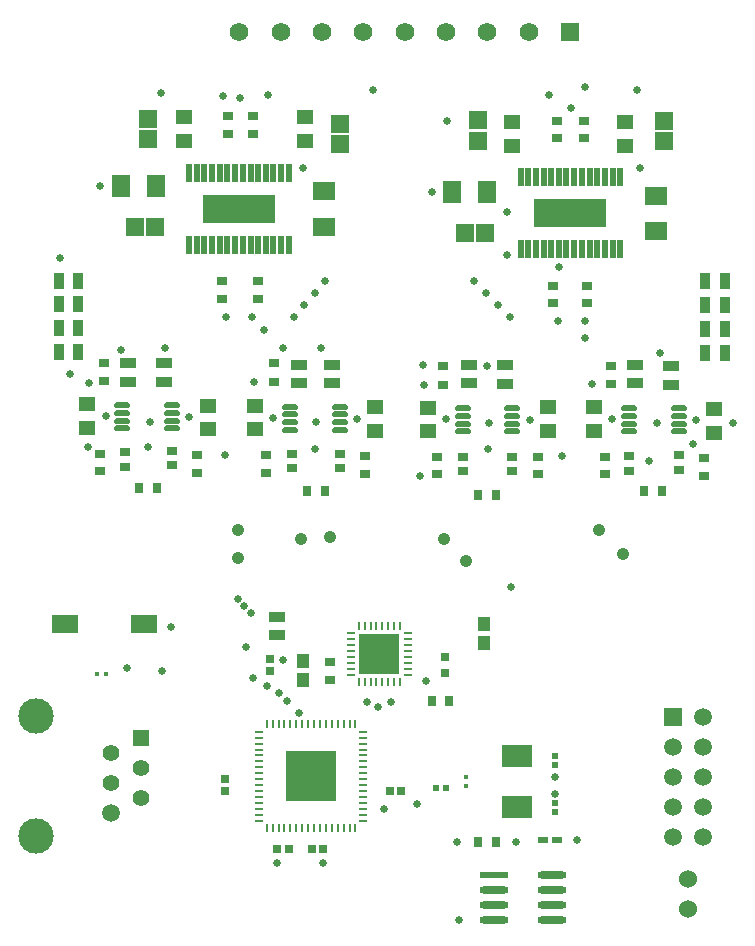
<source format=gts>
%FSTAX23Y23*%
%MOIN*%
%SFA1B1*%

%IPPOS*%
%AMD19*
4,1,8,-0.013800,0.002900,-0.013800,-0.002900,-0.011800,-0.004900,0.011800,-0.004900,0.013800,-0.002900,0.013800,0.002900,0.011800,0.004900,-0.011800,0.004900,-0.013800,0.002900,0.0*
1,1,0.004000,-0.011800,0.002900*
1,1,0.004000,-0.011800,-0.002900*
1,1,0.004000,0.011800,-0.002900*
1,1,0.004000,0.011800,0.002900*
%
%AMD20*
4,1,8,0.002900,0.013800,-0.002900,0.013800,-0.004900,0.011800,-0.004900,-0.011800,-0.002900,-0.013800,0.002900,-0.013800,0.004900,-0.011800,0.004900,0.011800,0.002900,0.013800,0.0*
1,1,0.004000,0.002900,0.011800*
1,1,0.004000,-0.002900,0.011800*
1,1,0.004000,-0.002900,-0.011800*
1,1,0.004000,0.002900,-0.011800*
%
%AMD23*
4,1,8,0.036500,0.012200,-0.036500,0.012200,-0.048700,0.000000,-0.048700,0.000000,-0.036500,-0.012200,0.036500,-0.012200,0.048700,0.000000,0.048700,0.000000,0.036500,0.012200,0.0*
1,1,0.024400,0.036500,0.000000*
1,1,0.024400,-0.036500,0.000000*
1,1,0.024400,-0.036500,0.000000*
1,1,0.024400,0.036500,0.000000*
%
%AMD31*
4,1,8,0.003500,0.011800,-0.003500,0.011800,-0.004700,0.010600,-0.004700,-0.010600,-0.003500,-0.011800,0.003500,-0.011800,0.004700,-0.010600,0.004700,0.010600,0.003500,0.011800,0.0*
1,1,0.002400,0.003500,0.010600*
1,1,0.002400,-0.003500,0.010600*
1,1,0.002400,-0.003500,-0.010600*
1,1,0.002400,0.003500,-0.010600*
%
%AMD32*
4,1,8,0.010600,0.004700,-0.010600,0.004700,-0.011800,0.003500,-0.011800,-0.003500,-0.010600,-0.004700,0.010600,-0.004700,0.011800,-0.003500,0.011800,0.003500,0.010600,0.004700,0.0*
1,1,0.002400,0.010600,0.003500*
1,1,0.002400,-0.010600,0.003500*
1,1,0.002400,-0.010600,-0.003500*
1,1,0.002400,0.010600,-0.003500*
%
%AMD40*
4,1,8,0.121400,-0.045300,0.121400,0.045300,0.119500,0.047200,-0.119500,0.047200,-0.121400,0.045300,-0.121400,-0.045300,-0.119500,-0.047200,0.119500,-0.047200,0.121400,-0.045300,0.0*
1,1,0.003800,0.119500,-0.045300*
1,1,0.003800,0.119500,0.045300*
1,1,0.003800,-0.119500,0.045300*
1,1,0.003800,-0.119500,-0.045300*
%
%AMD41*
4,1,8,0.006900,0.031500,-0.006900,0.031500,-0.008800,0.029600,-0.008800,-0.029600,-0.006900,-0.031500,0.006900,-0.031500,0.008800,-0.029600,0.008800,0.029600,0.006900,0.031500,0.0*
1,1,0.003800,0.006900,0.029600*
1,1,0.003800,-0.006900,0.029600*
1,1,0.003800,-0.006900,-0.029600*
1,1,0.003800,0.006900,-0.029600*
%
%AMD44*
4,1,8,-0.025600,0.004400,-0.025600,-0.004400,-0.021200,-0.008800,0.021200,-0.008800,0.025600,-0.004400,0.025600,0.004400,0.021200,0.008800,-0.021200,0.008800,-0.025600,0.004400,0.0*
1,1,0.008800,-0.021200,0.004400*
1,1,0.008800,-0.021200,-0.004400*
1,1,0.008800,0.021200,-0.004400*
1,1,0.008800,0.021200,0.004400*
%
%AMD45*
4,1,8,-0.025600,0.004400,-0.025600,-0.004400,-0.021200,-0.008800,0.021200,-0.008800,0.025600,-0.004400,0.025600,0.004400,0.021200,0.008800,-0.021200,0.008800,-0.025600,0.004400,0.0*
1,1,0.008800,-0.021200,0.004400*
1,1,0.008800,-0.021200,-0.004400*
1,1,0.008800,0.021200,-0.004400*
1,1,0.008800,0.021200,0.004400*
%
%ADD17R,0.033500X0.053100*%
%ADD18R,0.057100X0.047200*%
G04~CAMADD=19~8~0.0~0.0~98.0~276.0~20.0~0.0~15~0.0~0.0~0.0~0.0~0~0.0~0.0~0.0~0.0~0~0.0~0.0~0.0~90.0~276.0~98.0*
%ADD19D19*%
G04~CAMADD=20~8~0.0~0.0~98.0~276.0~20.0~0.0~15~0.0~0.0~0.0~0.0~0~0.0~0.0~0.0~0.0~0~0.0~0.0~0.0~0.0~98.0~276.0*
%ADD20D20*%
%ADD21R,0.135800X0.135800*%
%ADD22R,0.035400X0.029500*%
G04~CAMADD=23~8~0.0~0.0~974.0~245.0~122.0~0.0~15~0.0~0.0~0.0~0.0~0~0.0~0.0~0.0~0.0~0~0.0~0.0~0.0~0.0~974.0~245.0*
%ADD23D23*%
%ADD24R,0.097400X0.024500*%
%ADD25R,0.031500X0.035400*%
%ADD26R,0.037400X0.021700*%
%ADD27R,0.035400X0.031500*%
%ADD28R,0.020500X0.022000*%
%ADD29R,0.029900X0.028300*%
%ADD30R,0.028300X0.029900*%
G04~CAMADD=31~8~0.0~0.0~94.0~236.0~12.0~0.0~15~0.0~0.0~0.0~0.0~0~0.0~0.0~0.0~0.0~0~0.0~0.0~0.0~0.0~94.0~236.0*
%ADD31D31*%
G04~CAMADD=32~8~0.0~0.0~236.0~94.0~12.0~0.0~15~0.0~0.0~0.0~0.0~0~0.0~0.0~0.0~0.0~0~0.0~0.0~0.0~0.0~236.0~94.0*
%ADD32D32*%
%ADD34R,0.102400X0.074800*%
%ADD35R,0.017700X0.017700*%
%ADD36R,0.017700X0.017700*%
%ADD37R,0.023600X0.021700*%
%ADD38R,0.090600X0.059100*%
%ADD39R,0.039800X0.047600*%
G04~CAMADD=40~8~0.0~0.0~945.0~2429.0~19.0~0.0~15~0.0~0.0~0.0~0.0~0~0.0~0.0~0.0~0.0~0~0.0~0.0~0.0~270.0~2428.0~944.0*
%ADD40D40*%
G04~CAMADD=41~8~0.0~0.0~177.0~630.0~19.0~0.0~15~0.0~0.0~0.0~0.0~0~0.0~0.0~0.0~0.0~0~0.0~0.0~0.0~0.0~177.0~630.0*
%ADD41D41*%
%ADD42R,0.062100X0.061300*%
%ADD43R,0.061300X0.062100*%
G04~CAMADD=44~8~0.0~0.0~177.0~512.0~44.0~0.0~15~0.0~0.0~0.0~0.0~0~0.0~0.0~0.0~0.0~0~0.0~0.0~0.0~90.0~512.0~176.0*
%ADD44D44*%
G04~CAMADD=45~8~0.0~0.0~177.0~512.0~44.0~0.0~15~0.0~0.0~0.0~0.0~0~0.0~0.0~0.0~0.0~0~0.0~0.0~0.0~90.0~512.0~176.0*
%ADD45D45*%
%ADD46R,0.059300X0.073200*%
%ADD47R,0.073200X0.059300*%
%ADD48R,0.033900X0.028900*%
%ADD49R,0.053100X0.037400*%
%ADD50R,0.053100X0.037400*%
%ADD51R,0.027600X0.025600*%
%ADD52R,0.167300X0.167300*%
%ADD53C,0.061700*%
%ADD54R,0.061700X0.061700*%
%ADD55C,0.030000*%
%ADD56R,0.059100X0.059100*%
%ADD57C,0.059100*%
%ADD58C,0.020000*%
%ADD59C,0.055100*%
%ADD60C,0.118100*%
%ADD61R,0.055100X0.055100*%
%ADD62C,0.026000*%
%ADD63C,0.060000*%
%ADD64C,0.042000*%
G54D17*
X00642Y0294D03*
X00577D03*
X00642Y02861D03*
X00577D03*
X00642Y02782D03*
X00577D03*
X00642Y02703D03*
X00577D03*
X02732Y027D03*
X02797D03*
X02732Y0278D03*
X02797D03*
X02732Y02858D03*
X02797D03*
X02732Y02937D03*
X02797D03*
G54D18*
X00672Y02448D03*
Y02527D03*
X02465Y03469D03*
Y0339D03*
X02089Y03469D03*
Y0339D03*
X01399Y03484D03*
Y03405D03*
X00995Y03484D03*
Y03405D03*
X01073Y02523D03*
Y02444D03*
X0163Y02519D03*
Y0244D03*
X02207Y02517D03*
Y02438D03*
X02762Y02512D03*
Y02433D03*
X0123Y02523D03*
Y02444D03*
X01806Y02437D03*
Y02516D03*
X02362Y02438D03*
Y02517D03*
G54D19*
X01551Y01626D03*
Y01764D03*
Y01646D03*
Y01666D03*
Y01685D03*
Y01705D03*
Y01725D03*
Y01745D03*
X0174Y01626D03*
Y01646D03*
Y01666D03*
Y01685D03*
Y01705D03*
Y01725D03*
Y01745D03*
Y01764D03*
G54D20*
X01635Y01601D03*
X01616D03*
X01576D03*
X01694D03*
X01714D03*
X01675D03*
X01655D03*
X01635Y0179D03*
X01616D03*
X01576D03*
X01596D03*
X01694D03*
X01714D03*
X01675D03*
X01655D03*
X01596Y01601D03*
G54D21*
X01645Y01695D03*
G54D22*
X01859Y02654D03*
Y02593D03*
X02419Y02594D03*
Y02655D03*
X00729Y02604D03*
Y02665D03*
X01294Y02603D03*
Y02664D03*
G54D23*
X0222Y0091D03*
Y0096D03*
Y0086D03*
Y0081D03*
X02029D03*
Y0086D03*
Y0091D03*
G54D24*
X02029Y0096D03*
G54D25*
X01975Y0107D03*
X02034D03*
X0182Y0154D03*
X01879D03*
X00903Y0225D03*
X00844D03*
X01404Y02239D03*
X01463D03*
X01974Y02224D03*
X02034D03*
X02529Y0224D03*
X02588D03*
G54D26*
X02237Y01075D03*
X02192D03*
G54D27*
X0124Y0288D03*
Y02939D03*
X0112Y0288D03*
Y0294D03*
X0148Y0161D03*
Y01669D03*
X01225Y0349D03*
Y0343D03*
X02339Y02923D03*
Y02864D03*
X02224Y02923D03*
Y02864D03*
X0114Y0343D03*
Y03489D03*
X02329Y03414D03*
Y03473D03*
X02239D03*
Y03414D03*
X00714Y02304D03*
Y02363D03*
X01269Y02299D03*
Y02358D03*
X01839Y02353D03*
Y02294D03*
X02399Y02294D03*
Y02353D03*
X01039Y023D03*
Y02359D03*
X01599Y02354D03*
Y02295D03*
X02174Y02353D03*
Y02294D03*
X02729Y02289D03*
Y02348D03*
G54D28*
X0223Y01355D03*
Y01324D03*
Y01169D03*
Y012D03*
G54D29*
X01719Y0124D03*
X0168D03*
X0142Y01045D03*
X01459D03*
X01344D03*
X01305D03*
G54D30*
X0113Y0124D03*
Y01279D03*
X0128Y01679D03*
Y0164D03*
G54D31*
X0127Y01115D03*
X0129D03*
X0131D03*
X01329D03*
X01349D03*
X01369D03*
X01388D03*
X01408D03*
X01428D03*
X01447D03*
X01467D03*
X01487D03*
X01506D03*
X01526D03*
X01546D03*
X01565D03*
Y01461D03*
X01546D03*
X01526D03*
X01506D03*
X01487D03*
X01467D03*
X01447D03*
X01428D03*
X01408D03*
X01388D03*
X01369D03*
X01349D03*
X01329D03*
X0131D03*
X0129D03*
X0127D03*
G54D32*
X01245Y01317D03*
Y01298D03*
Y01278D03*
Y01258D03*
Y01239D03*
Y01219D03*
Y01199D03*
Y0118D03*
Y0116D03*
Y0114D03*
X01591D03*
Y0116D03*
Y0118D03*
Y01199D03*
Y01219D03*
Y01239D03*
Y01258D03*
Y01278D03*
Y01298D03*
Y01396D03*
Y01416D03*
Y01435D03*
X01245Y01376D03*
Y01357D03*
Y01435D03*
Y01416D03*
Y01396D03*
Y01337D03*
X01591Y01317D03*
Y01337D03*
Y01357D03*
Y01376D03*
G54D34*
X02105Y01185D03*
Y01354D03*
G54D35*
X00735Y0163D03*
X00704D03*
G54D36*
X01935Y01285D03*
Y01254D03*
G54D37*
X01833Y0125D03*
X01866D03*
G54D38*
X00598Y01795D03*
X00861D03*
G54D39*
X0139Y01673D03*
Y0161D03*
X01995Y01796D03*
Y01733D03*
G54D40*
X02282Y03164D03*
X01177Y03179D03*
G54D41*
X02397Y03044D03*
X01318Y03059D03*
X02449Y03284D03*
X02423D03*
X02397D03*
X02372D03*
X02346D03*
X02321D03*
X02295D03*
X02269D03*
X02244D03*
X02218D03*
X02193D03*
X02167D03*
X02141D03*
X02116D03*
Y03044D03*
X02141D03*
X02167D03*
X02193D03*
X02218D03*
X02244D03*
X02269D03*
X02295D03*
X02321D03*
X02346D03*
X02372D03*
X02423D03*
X02449D03*
X01344Y03299D03*
X01318D03*
X01292D03*
X01267D03*
X01241D03*
X01216D03*
X0119D03*
X01164D03*
X01139D03*
X01113D03*
X01088D03*
X01062D03*
X01036D03*
X01011D03*
Y03059D03*
X01036D03*
X01062D03*
X01088D03*
X01113D03*
X01139D03*
X01164D03*
X0119D03*
X01216D03*
X01241D03*
X01267D03*
X01292D03*
X01344D03*
G54D42*
X0193Y03099D03*
X01998D03*
X00899Y03119D03*
X0083D03*
G54D43*
X01975Y03406D03*
Y03474D03*
X02594Y03405D03*
Y03473D03*
X01514Y03463D03*
Y03395D03*
X00875Y03479D03*
Y03411D03*
G54D44*
X02644Y02514D03*
X02479Y02437D03*
Y02489D03*
Y02514D03*
X02644Y02463D03*
Y02489D03*
X02479Y02463D03*
X01924Y02514D03*
Y02489D03*
Y02463D03*
Y02437D03*
X02089Y02463D03*
Y02489D03*
Y02514D03*
X01349Y02519D03*
Y02494D03*
Y02468D03*
Y02442D03*
X01514Y02468D03*
Y02494D03*
Y02519D03*
X00789Y02524D03*
Y02499D03*
Y02473D03*
Y02447D03*
X00954Y02473D03*
Y02499D03*
Y02524D03*
G54D45*
X02644Y02437D03*
X02089D03*
X01514Y02442D03*
X00954Y02447D03*
G54D46*
X01889Y03234D03*
X02005D03*
X00784Y03254D03*
X009D03*
G54D47*
X01461Y03237D03*
Y0312D03*
X02566Y03105D03*
Y03222D03*
G54D48*
X00799Y02368D03*
Y0232D03*
X00954Y02373D03*
Y02324D03*
X01354Y02363D03*
Y02315D03*
X01514Y02363D03*
Y02314D03*
X01924Y02353D03*
Y02304D03*
X02089Y02353D03*
Y02304D03*
X02479Y02354D03*
Y02306D03*
X02644Y02357D03*
Y02308D03*
G54D49*
X00929Y02603D03*
Y02664D03*
X01489Y02598D03*
Y02659D03*
X02064Y02596D03*
Y02658D03*
X02619Y02593D03*
Y02654D03*
X00809Y02603D03*
Y02664D03*
X01379Y02598D03*
Y02659D03*
X01944Y02598D03*
Y02659D03*
X02499D03*
Y02598D03*
G54D50*
X01305Y01819D03*
Y0176D03*
G54D51*
X01865Y01686D03*
Y01633D03*
G54D52*
X01418Y01288D03*
G54D53*
X01592Y0377D03*
X0173D03*
X01867D03*
X02005D03*
X02143D03*
X01454D03*
X01316D03*
X01178D03*
G54D54*
X02281Y0377D03*
G54D55*
X01645Y01748D03*
X01592D03*
X01698D03*
X01592Y01678D03*
X01618Y01713D03*
X01617Y01643D03*
X01671D03*
X01674Y01713D03*
X01645Y01678D03*
X01697D03*
G54D56*
X02625Y01485D03*
G54D57*
X02725Y01485D03*
X02625Y01385D03*
X02725D03*
X02625Y01285D03*
X02725D03*
X02625Y01185D03*
X02725D03*
X02625Y01085D03*
X02725D03*
X0075Y01165D03*
G54D58*
X02177Y03129D03*
X02217D03*
X02257D03*
X02177Y03199D03*
Y03164D03*
X02217Y03199D03*
Y03164D03*
X02257D03*
Y03199D03*
X02307Y03129D03*
Y03199D03*
Y03164D03*
X02342Y03199D03*
Y03164D03*
Y03129D03*
X02382D03*
Y03164D03*
Y03199D03*
X01277Y03214D03*
Y03179D03*
Y03144D03*
X01237D03*
Y03179D03*
Y03214D03*
X01202Y03179D03*
Y03214D03*
Y03144D03*
X01152Y03214D03*
Y03179D03*
X01112D03*
Y03214D03*
X01072Y03179D03*
Y03214D03*
X01152Y03144D03*
X01112D03*
X01072D03*
G54D59*
X0075Y01365D03*
X0085Y01215D03*
X0075Y01265D03*
X0085Y01315D03*
G54D60*
X005Y01489D03*
Y01089D03*
G54D61*
X0085Y01415D03*
G54D62*
X0126Y02775D03*
X00615Y0263D03*
X0058Y03015D03*
X01275Y0356D03*
X01125Y03555D03*
X0139Y03315D03*
X02825Y02465D03*
X02701Y02476D03*
X02422Y02477D03*
X02146Y02475D03*
X01867Y02479D03*
X0157Y0248D03*
X01291Y02482D03*
X0101Y02485D03*
X00735Y0249D03*
X0208Y0282D03*
X0204Y0286D03*
X02Y029D03*
X0196Y0294D03*
X0136Y0282D03*
X01395Y0286D03*
X0143Y029D03*
X01465Y0294D03*
X01223Y01614D03*
X0207Y03168D03*
X02285Y03515D03*
X02505Y03575D03*
X02243Y02985D03*
X0207Y03025D03*
X0258Y027D03*
X02005Y02655D03*
X0179Y0266D03*
X01794Y02593D03*
X00785Y0271D03*
X0093Y02715D03*
X0145D03*
X01325D03*
Y01675D03*
X01272Y0159D03*
X0223Y01285D03*
Y0123D03*
X0177Y01195D03*
X0233Y02748D03*
X0191Y0081D03*
X02305Y01075D03*
X01905Y0107D03*
X021D03*
X0118Y0355D03*
X0233Y02805D03*
X0224D03*
X0122Y0282D03*
X01135D03*
X01871Y03471D03*
X0221Y0356D03*
X0095Y01785D03*
X00916Y03566D03*
X01625Y03575D03*
X02545Y0234D03*
X00875Y02385D03*
X0143Y0238D03*
X02006Y02378D03*
X0269Y02395D03*
X018Y01605D03*
X02085Y0192D03*
X0166Y0118D03*
X01378Y01498D03*
X01338Y01538D03*
X0092Y0164D03*
X00805Y0165D03*
X01173Y01877D03*
X01195Y01855D03*
X012Y0172D03*
X01218Y01832D03*
X0131Y01565D03*
X01605Y01535D03*
X01685D03*
X0164Y0152D03*
X01305Y01D03*
X01459D03*
X02515Y03315D03*
X0178Y0229D03*
X0182Y03235D03*
X00715Y03255D03*
X0233Y03585D03*
X01435Y0247D03*
X00678Y026D03*
X00673Y02386D03*
X0113Y0236D03*
X02254Y02354D03*
X0088Y0247D03*
X0201Y02465D03*
X0257D03*
X02354Y02594D03*
X01229Y02603D03*
G54D63*
X02675Y00945D03*
Y00845D03*
G54D64*
X01384Y0208D03*
X02457Y02027D03*
X02377Y02107D03*
X01862Y02077D03*
X01935Y02006D03*
X0148Y02085D03*
X01175Y02015D03*
Y0211D03*
M02*
</source>
